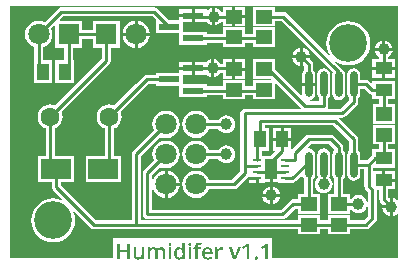
<source format=gtl>
G04 Layer_Physical_Order=1*
G04 Layer_Color=25308*
%FSLAX44Y44*%
%MOMM*%
G71*
G01*
G75*
%ADD10R,1.8000X0.6000*%
%ADD11R,0.8000X0.2500*%
%ADD12R,1.0000X1.7000*%
%ADD13R,1.3500X1.1500*%
%ADD14R,1.0500X1.4500*%
%ADD15R,2.5000X1.7000*%
%ADD16O,0.6000X2.2000*%
%ADD17R,1.4500X1.0500*%
%ADD18C,0.2500*%
%ADD19R,1.8000X1.8000*%
%ADD20C,1.8000*%
%ADD21C,1.6000*%
%ADD22C,3.2000*%
%ADD23C,1.0000*%
G36*
X531756Y412269D02*
X531904D01*
X532073Y412248D01*
X532454Y412185D01*
X532898Y412079D01*
X533321Y411910D01*
X533745Y411677D01*
X533914Y411550D01*
X534083Y411381D01*
X534125Y411338D01*
X534168Y411275D01*
X534210Y411211D01*
X534273Y411106D01*
X534337Y411000D01*
X534422Y410852D01*
X534506Y410682D01*
X534570Y410513D01*
X534654Y410302D01*
X534718Y410069D01*
X534781Y409815D01*
X534823Y409540D01*
X534866Y409244D01*
X534908Y408926D01*
Y408588D01*
Y402050D01*
X532771D01*
Y408228D01*
Y408249D01*
Y408270D01*
Y408334D01*
Y408419D01*
X532750Y408630D01*
X532708Y408884D01*
X532665Y409159D01*
X532581Y409455D01*
X532475Y409730D01*
X532327Y409963D01*
X532306Y409984D01*
X532242Y410048D01*
X532136Y410154D01*
X531988Y410259D01*
X531798Y410344D01*
X531565Y410450D01*
X531269Y410513D01*
X530952Y410534D01*
X530825D01*
X530740Y410513D01*
X530528Y410492D01*
X530253Y410429D01*
X529957Y410344D01*
X529661Y410196D01*
X529365Y410005D01*
X529132Y409752D01*
X529111Y409709D01*
X529047Y409603D01*
X528942Y409413D01*
X528857Y409159D01*
X528751Y408820D01*
X528645Y408419D01*
X528582Y407932D01*
X528561Y407361D01*
Y402050D01*
X526403D01*
Y408228D01*
Y408249D01*
Y408270D01*
Y408334D01*
Y408419D01*
X526381Y408630D01*
X526339Y408884D01*
X526297Y409159D01*
X526212Y409455D01*
X526106Y409730D01*
X525958Y409963D01*
X525937Y409984D01*
X525874Y410048D01*
X525768Y410154D01*
X525641Y410259D01*
X525451Y410344D01*
X525218Y410450D01*
X524921Y410513D01*
X524604Y410534D01*
X524477D01*
X524393Y410513D01*
X524181Y410492D01*
X523906Y410429D01*
X523610Y410344D01*
X523313Y410196D01*
X523017Y410005D01*
X522785Y409730D01*
X522763Y409688D01*
X522700Y409582D01*
X522658Y409498D01*
X522594Y409371D01*
X522552Y409244D01*
X522509Y409095D01*
X522446Y408926D01*
X522404Y408715D01*
X522340Y408503D01*
X522298Y408249D01*
X522277Y407995D01*
X522234Y407699D01*
X522213Y407382D01*
Y407043D01*
Y402050D01*
X520076D01*
Y412121D01*
X521748D01*
X522044Y410788D01*
X522150D01*
X522171Y410830D01*
X522234Y410915D01*
X522319Y411042D01*
X522467Y411190D01*
X522636Y411381D01*
X522848Y411550D01*
X523081Y411740D01*
X523356Y411888D01*
X523398Y411910D01*
X523504Y411952D01*
X523652Y412015D01*
X523885Y412100D01*
X524139Y412164D01*
X524435Y412227D01*
X524773Y412269D01*
X525112Y412290D01*
X525323D01*
X525493Y412269D01*
X525683Y412248D01*
X525895Y412206D01*
X526381Y412100D01*
X526635Y412015D01*
X526889Y411910D01*
X527143Y411783D01*
X527397Y411613D01*
X527630Y411444D01*
X527841Y411232D01*
X528032Y410979D01*
X528201Y410704D01*
X528349D01*
X528370Y410746D01*
X528434Y410830D01*
X528540Y410957D01*
X528666Y411127D01*
X528857Y411317D01*
X529068Y411508D01*
X529322Y411698D01*
X529598Y411867D01*
X529640Y411888D01*
X529746Y411931D01*
X529915Y411994D01*
X530126Y412079D01*
X530401Y412164D01*
X530719Y412227D01*
X531078Y412269D01*
X531459Y412290D01*
X531629D01*
X531756Y412269D01*
D02*
G37*
G36*
X551644Y402050D02*
X549973D01*
X549592Y403340D01*
X549507D01*
X549486Y403319D01*
X549465Y403277D01*
X549402Y403214D01*
X549317Y403108D01*
X549211Y403002D01*
X549084Y402875D01*
X548915Y402748D01*
X548746Y402600D01*
X548534Y402473D01*
X548322Y402325D01*
X548069Y402198D01*
X547794Y402092D01*
X547497Y401986D01*
X547180Y401923D01*
X546841Y401881D01*
X546482Y401859D01*
X546291D01*
X546164Y401881D01*
X546016Y401902D01*
X545826Y401923D01*
X545403Y402029D01*
X544937Y402198D01*
X544683Y402304D01*
X544450Y402431D01*
X544197Y402579D01*
X543964Y402769D01*
X543752Y402981D01*
X543541Y403214D01*
X543520Y403235D01*
X543498Y403277D01*
X543435Y403362D01*
X543372Y403467D01*
X543287Y403616D01*
X543202Y403785D01*
X543118Y403975D01*
X543012Y404208D01*
X542906Y404462D01*
X542821Y404758D01*
X542737Y405075D01*
X542652Y405414D01*
X542589Y405774D01*
X542525Y406176D01*
X542504Y406599D01*
X542483Y407043D01*
Y407064D01*
Y407149D01*
Y407276D01*
X542504Y407445D01*
X542525Y407657D01*
X542546Y407890D01*
X542567Y408165D01*
X542610Y408461D01*
X542737Y409074D01*
X542948Y409709D01*
X543054Y410027D01*
X543202Y410344D01*
X543372Y410619D01*
X543562Y410894D01*
X543583Y410915D01*
X543604Y410957D01*
X543668Y411021D01*
X543752Y411106D01*
X543879Y411211D01*
X544006Y411338D01*
X544154Y411465D01*
X544345Y411592D01*
X544535Y411719D01*
X544768Y411846D01*
X545001Y411973D01*
X545276Y412079D01*
X545551Y412164D01*
X545847Y412227D01*
X546185Y412269D01*
X546524Y412290D01*
X546715D01*
X546841Y412269D01*
X547011Y412248D01*
X547201Y412206D01*
X547645Y412100D01*
X547899Y412037D01*
X548132Y411931D01*
X548386Y411804D01*
X548640Y411677D01*
X548894Y411486D01*
X549127Y411296D01*
X549338Y411063D01*
X549550Y410809D01*
X549655D01*
Y410830D01*
Y410852D01*
X549634Y410979D01*
X549613Y411190D01*
X549592Y411423D01*
X549550Y411698D01*
X549529Y411994D01*
X549507Y412269D01*
Y412523D01*
Y416205D01*
X551644D01*
Y402050D01*
D02*
G37*
G36*
X504969D02*
X502790D01*
Y408059D01*
X496633D01*
Y402050D01*
X494475D01*
Y415358D01*
X496633D01*
Y409921D01*
X502790D01*
Y415358D01*
X504969D01*
Y402050D01*
D02*
G37*
G36*
X582916Y412269D02*
X583276Y412248D01*
X583445Y412227D01*
X583614Y412185D01*
X583403Y410196D01*
X583382D01*
X583318Y410217D01*
X583233Y410238D01*
X583107Y410259D01*
X582958D01*
X582810Y410280D01*
X582451Y410302D01*
X582324D01*
X582239Y410280D01*
X582006Y410259D01*
X581710Y410196D01*
X581372Y410090D01*
X581033Y409942D01*
X580673Y409730D01*
X580356Y409455D01*
X580314Y409413D01*
X580229Y409307D01*
X580102Y409117D01*
X579975Y408884D01*
X579827Y408567D01*
X579700Y408207D01*
X579616Y407784D01*
X579573Y407297D01*
Y402050D01*
X577436D01*
Y412121D01*
X579108D01*
X579383Y410323D01*
X579488D01*
Y410344D01*
X579510Y410365D01*
X579573Y410471D01*
X579700Y410640D01*
X579848Y410852D01*
X580039Y411084D01*
X580250Y411317D01*
X580504Y411550D01*
X580800Y411762D01*
X580843Y411783D01*
X580948Y411846D01*
X581096Y411931D01*
X581329Y412037D01*
X581583Y412121D01*
X581879Y412206D01*
X582197Y412269D01*
X582535Y412290D01*
X582768D01*
X582916Y412269D01*
D02*
G37*
G36*
X564170Y416289D02*
X564445Y416268D01*
X564784Y416226D01*
X565164Y416141D01*
X565566Y416057D01*
X565968Y415930D01*
X565418Y414300D01*
X565376Y414322D01*
X565291Y414343D01*
X565122Y414385D01*
X564932Y414449D01*
X564699Y414491D01*
X564445Y414533D01*
X564170Y414554D01*
X563895Y414576D01*
X563768D01*
X563641Y414554D01*
X563493Y414512D01*
X563324Y414470D01*
X563154Y414385D01*
X562985Y414258D01*
X562837Y414110D01*
X562816Y414089D01*
X562795Y414025D01*
X562731Y413920D01*
X562668Y413772D01*
X562604Y413581D01*
X562562Y413348D01*
X562520Y413073D01*
X562499Y412756D01*
Y412121D01*
X564974D01*
Y410492D01*
X562499D01*
Y402050D01*
X560362D01*
Y410492D01*
X558711D01*
Y411486D01*
X560362Y412142D01*
Y412798D01*
Y412819D01*
Y412883D01*
Y412967D01*
X560383Y413094D01*
Y413243D01*
X560404Y413412D01*
X560467Y413793D01*
X560573Y414216D01*
X560700Y414660D01*
X560912Y415083D01*
X561039Y415274D01*
X561187Y415443D01*
X561229Y415485D01*
X561356Y415570D01*
X561546Y415718D01*
X561821Y415887D01*
X562181Y416035D01*
X562625Y416184D01*
X563154Y416268D01*
X563747Y416311D01*
X563937D01*
X564170Y416289D01*
D02*
G37*
G36*
X731763Y452719D02*
X731013Y452349D01*
X730052Y453086D01*
X728218Y453846D01*
X727520Y453938D01*
Y446500D01*
Y439062D01*
X728218Y439154D01*
X730052Y439914D01*
X731013Y440651D01*
X731763Y440281D01*
Y403237D01*
X625415D01*
Y420121D01*
X490647D01*
Y403237D01*
X403237D01*
Y616763D01*
X731763D01*
Y452719D01*
D02*
G37*
G36*
X539161Y415951D02*
X539288Y415930D01*
X539436Y415887D01*
X539584Y415845D01*
X539711Y415760D01*
X539838Y415655D01*
X539859Y415633D01*
X539880Y415591D01*
X539944Y415528D01*
X540007Y415422D01*
X540050Y415295D01*
X540113Y415147D01*
X540134Y414977D01*
X540155Y414766D01*
Y414745D01*
Y414681D01*
X540134Y414576D01*
X540113Y414449D01*
X540071Y414322D01*
X540028Y414174D01*
X539944Y414025D01*
X539838Y413899D01*
X539817Y413877D01*
X539775Y413856D01*
X539711Y413814D01*
X539627Y413750D01*
X539500Y413687D01*
X539351Y413645D01*
X539182Y413623D01*
X538971Y413602D01*
X538886D01*
X538780Y413623D01*
X538653Y413645D01*
X538357Y413729D01*
X538209Y413793D01*
X538082Y413899D01*
X538061Y413920D01*
X538040Y413962D01*
X537976Y414025D01*
X537934Y414131D01*
X537870Y414258D01*
X537807Y414406D01*
X537786Y414576D01*
X537765Y414766D01*
Y414787D01*
Y414851D01*
X537786Y414956D01*
X537807Y415083D01*
X537849Y415231D01*
X537892Y415379D01*
X537976Y415528D01*
X538082Y415655D01*
X538103Y415676D01*
X538145Y415697D01*
X538209Y415760D01*
X538315Y415824D01*
X538442Y415866D01*
X538590Y415930D01*
X538759Y415951D01*
X538971Y415972D01*
X539055D01*
X539161Y415951D01*
D02*
G37*
G36*
X555982D02*
X556109Y415930D01*
X556257Y415887D01*
X556405Y415845D01*
X556532Y415760D01*
X556659Y415655D01*
X556680Y415633D01*
X556701Y415591D01*
X556765Y415528D01*
X556828Y415422D01*
X556870Y415295D01*
X556934Y415147D01*
X556955Y414977D01*
X556976Y414766D01*
Y414745D01*
Y414681D01*
X556955Y414576D01*
X556934Y414449D01*
X556892Y414322D01*
X556849Y414174D01*
X556765Y414025D01*
X556659Y413899D01*
X556638Y413877D01*
X556595Y413856D01*
X556532Y413814D01*
X556447Y413750D01*
X556320Y413687D01*
X556172Y413645D01*
X556003Y413623D01*
X555791Y413602D01*
X555707D01*
X555601Y413623D01*
X555474Y413645D01*
X555178Y413729D01*
X555030Y413793D01*
X554903Y413899D01*
X554882Y413920D01*
X554860Y413962D01*
X554797Y414025D01*
X554755Y414131D01*
X554691Y414258D01*
X554628Y414406D01*
X554607Y414576D01*
X554585Y414766D01*
Y414787D01*
Y414851D01*
X554607Y414956D01*
X554628Y415083D01*
X554670Y415231D01*
X554712Y415379D01*
X554797Y415528D01*
X554903Y415655D01*
X554924Y415676D01*
X554966Y415697D01*
X555030Y415760D01*
X555135Y415824D01*
X555262Y415866D01*
X555410Y415930D01*
X555580Y415951D01*
X555791Y415972D01*
X555876D01*
X555982Y415951D01*
D02*
G37*
G36*
X594913Y402050D02*
X592607D01*
X588798Y412121D01*
X591041D01*
X593093Y406260D01*
Y406239D01*
X593114Y406197D01*
X593135Y406112D01*
X593178Y406007D01*
X593220Y405880D01*
X593262Y405753D01*
X593368Y405414D01*
X593474Y405033D01*
X593580Y404631D01*
X593665Y404229D01*
X593728Y403870D01*
X593791D01*
Y403912D01*
X593813Y403996D01*
X593855Y404166D01*
X593897Y404420D01*
X593940Y404568D01*
X593982Y404737D01*
X594045Y404927D01*
X594088Y405160D01*
X594172Y405393D01*
X594236Y405668D01*
X594320Y405943D01*
X594426Y406260D01*
X596479Y412121D01*
X598764D01*
X594913Y402050D01*
D02*
G37*
G36*
X540028D02*
X537892D01*
Y412121D01*
X540028D01*
Y402050D01*
D02*
G37*
G36*
X556849D02*
X554712D01*
Y412121D01*
X556849D01*
Y402050D01*
D02*
G37*
G36*
X612199Y404547D02*
X612347Y404525D01*
X612517Y404483D01*
X612686Y404398D01*
X612834Y404314D01*
X612982Y404187D01*
X613003Y404166D01*
X613045Y404123D01*
X613088Y404039D01*
X613151Y403933D01*
X613215Y403785D01*
X613278Y403616D01*
X613299Y403425D01*
X613321Y403192D01*
Y403171D01*
Y403087D01*
X613299Y402960D01*
X613278Y402812D01*
X613236Y402642D01*
X613172Y402473D01*
X613088Y402304D01*
X612961Y402156D01*
X612940Y402135D01*
X612897Y402092D01*
X612813Y402050D01*
X612707Y401986D01*
X612580Y401902D01*
X612389Y401859D01*
X612199Y401817D01*
X611966Y401796D01*
X611861D01*
X611734Y401817D01*
X611607Y401838D01*
X611437Y401881D01*
X611268Y401944D01*
X611120Y402029D01*
X610972Y402156D01*
X610951Y402177D01*
X610930Y402219D01*
X610866Y402304D01*
X610803Y402431D01*
X610739Y402579D01*
X610697Y402748D01*
X610654Y402960D01*
X610633Y403192D01*
Y403214D01*
Y403298D01*
X610654Y403425D01*
X610676Y403573D01*
X610718Y403721D01*
X610782Y403891D01*
X610866Y404060D01*
X610972Y404208D01*
X610993Y404229D01*
X611035Y404272D01*
X611120Y404314D01*
X611226Y404398D01*
X611374Y404462D01*
X611543Y404504D01*
X611734Y404547D01*
X611966Y404568D01*
X612072D01*
X612199Y404547D01*
D02*
G37*
G36*
X571025Y412269D02*
X571194Y412248D01*
X571385Y412227D01*
X571596Y412185D01*
X571829Y412142D01*
X572337Y411994D01*
X572612Y411888D01*
X572866Y411783D01*
X573120Y411634D01*
X573374Y411465D01*
X573606Y411275D01*
X573839Y411063D01*
X573860Y411042D01*
X573882Y411000D01*
X573945Y410936D01*
X574030Y410852D01*
X574114Y410725D01*
X574199Y410577D01*
X574305Y410386D01*
X574432Y410196D01*
X574538Y409963D01*
X574643Y409730D01*
X574728Y409455D01*
X574813Y409159D01*
X574897Y408842D01*
X574961Y408482D01*
X574982Y408122D01*
X575003Y407741D01*
Y406599D01*
X568296D01*
Y406578D01*
Y406535D01*
Y406451D01*
X568317Y406366D01*
X568338Y406239D01*
X568359Y406091D01*
X568402Y405753D01*
X568507Y405393D01*
X568634Y405012D01*
X568825Y404652D01*
X569079Y404335D01*
X569121Y404293D01*
X569227Y404208D01*
X569375Y404081D01*
X569629Y403954D01*
X569925Y403806D01*
X570285Y403679D01*
X570687Y403594D01*
X571173Y403552D01*
X571512D01*
X571723Y403573D01*
X571977Y403594D01*
X572274Y403616D01*
X572845Y403700D01*
X572887D01*
X572972Y403742D01*
X573141Y403785D01*
X573331Y403827D01*
X573585Y403912D01*
X573860Y404018D01*
X574178Y404123D01*
X574495Y404272D01*
Y402537D01*
X574453Y402515D01*
X574368Y402473D01*
X574199Y402410D01*
X574008Y402325D01*
X573755Y402240D01*
X573501Y402156D01*
X573204Y402071D01*
X572908Y402008D01*
X572866D01*
X572760Y401986D01*
X572591Y401965D01*
X572379Y401944D01*
X572104Y401902D01*
X571808Y401881D01*
X571469Y401859D01*
X570856D01*
X570708Y401881D01*
X570496Y401902D01*
X570285Y401923D01*
X570031Y401965D01*
X569756Y402029D01*
X569163Y402198D01*
X568846Y402304D01*
X568550Y402431D01*
X568232Y402579D01*
X567957Y402769D01*
X567661Y402981D01*
X567407Y403214D01*
X567386Y403235D01*
X567344Y403277D01*
X567280Y403362D01*
X567196Y403467D01*
X567090Y403616D01*
X566984Y403785D01*
X566857Y403975D01*
X566751Y404208D01*
X566624Y404462D01*
X566497Y404737D01*
X566392Y405054D01*
X566286Y405393D01*
X566201Y405753D01*
X566138Y406155D01*
X566095Y406557D01*
X566074Y407001D01*
Y407022D01*
Y407107D01*
Y407234D01*
X566095Y407403D01*
X566116Y407615D01*
X566138Y407847D01*
X566180Y408122D01*
X566222Y408397D01*
X566370Y409032D01*
X566476Y409349D01*
X566603Y409667D01*
X566730Y409984D01*
X566899Y410302D01*
X567090Y410598D01*
X567301Y410873D01*
X567323Y410894D01*
X567365Y410936D01*
X567428Y411000D01*
X567534Y411106D01*
X567661Y411211D01*
X567809Y411317D01*
X567978Y411444D01*
X568190Y411592D01*
X568423Y411719D01*
X568677Y411846D01*
X568952Y411952D01*
X569248Y412079D01*
X569586Y412164D01*
X569925Y412227D01*
X570306Y412269D01*
X570687Y412290D01*
X570877D01*
X571025Y412269D01*
D02*
G37*
G36*
X605873Y402050D02*
X603736D01*
Y410640D01*
Y410661D01*
Y410704D01*
Y410788D01*
Y410894D01*
Y411021D01*
Y411169D01*
Y411508D01*
X603757Y411910D01*
Y412312D01*
X603778Y412714D01*
X603799Y413073D01*
X603757Y413031D01*
X603672Y412925D01*
X603503Y412777D01*
X603292Y412587D01*
X603270Y412565D01*
X603228Y412523D01*
X603101Y412439D01*
X602932Y412290D01*
X602805Y412185D01*
X602657Y412058D01*
X602509Y411931D01*
X602318Y411783D01*
X602085Y411592D01*
X601853Y411402D01*
X601578Y411169D01*
X601260Y410915D01*
X600181Y412269D01*
X604095Y415358D01*
X605873D01*
Y402050D01*
D02*
G37*
G36*
X517029D02*
X515337D01*
X515041Y403362D01*
X514935D01*
X514914Y403340D01*
X514850Y403235D01*
X514744Y403108D01*
X514618Y402960D01*
X514427Y402769D01*
X514216Y402579D01*
X513962Y402410D01*
X513665Y402240D01*
X513623Y402219D01*
X513517Y402177D01*
X513348Y402113D01*
X513115Y402050D01*
X512840Y401986D01*
X512523Y401923D01*
X512163Y401881D01*
X511782Y401859D01*
X511613D01*
X511486Y401881D01*
X511338D01*
X511169Y401902D01*
X510767Y401965D01*
X510322Y402092D01*
X509857Y402240D01*
X509434Y402473D01*
X509243Y402600D01*
X509053Y402769D01*
Y402790D01*
X509011Y402812D01*
X508968Y402875D01*
X508905Y402938D01*
X508841Y403044D01*
X508757Y403150D01*
X508693Y403298D01*
X508609Y403446D01*
X508524Y403637D01*
X508439Y403848D01*
X508355Y404060D01*
X508291Y404314D01*
X508228Y404589D01*
X508185Y404864D01*
X508164Y405181D01*
X508143Y405520D01*
Y412121D01*
X510301D01*
Y405901D01*
Y405880D01*
Y405858D01*
Y405795D01*
Y405710D01*
X510322Y405499D01*
X510365Y405245D01*
X510407Y404970D01*
X510492Y404674D01*
X510619Y404398D01*
X510767Y404166D01*
X510788Y404145D01*
X510851Y404081D01*
X510978Y403975D01*
X511147Y403891D01*
X511338Y403785D01*
X511613Y403679D01*
X511909Y403616D01*
X512269Y403594D01*
X512396D01*
X512481Y403616D01*
X512734Y403637D01*
X513009Y403700D01*
X513327Y403785D01*
X513665Y403933D01*
X513962Y404123D01*
X514237Y404398D01*
X514258Y404441D01*
X514342Y404547D01*
X514385Y404652D01*
X514448Y404758D01*
X514491Y404885D01*
X514554Y405033D01*
X514618Y405202D01*
X514681Y405414D01*
X514723Y405626D01*
X514766Y405880D01*
X514808Y406133D01*
X514850Y406430D01*
X514871Y406747D01*
Y407085D01*
Y412121D01*
X517029D01*
Y402050D01*
D02*
G37*
G36*
X621636D02*
X619499D01*
Y410640D01*
Y410661D01*
Y410704D01*
Y410788D01*
Y410894D01*
Y411021D01*
Y411169D01*
Y411508D01*
X619520Y411910D01*
Y412312D01*
X619541Y412714D01*
X619562Y413073D01*
X619520Y413031D01*
X619435Y412925D01*
X619266Y412777D01*
X619054Y412587D01*
X619033Y412565D01*
X618991Y412523D01*
X618864Y412439D01*
X618695Y412290D01*
X618568Y412185D01*
X618420Y412058D01*
X618271Y411931D01*
X618081Y411783D01*
X617848Y411592D01*
X617616Y411402D01*
X617341Y411169D01*
X617023Y410915D01*
X615944Y412269D01*
X619858Y415358D01*
X621636D01*
Y402050D01*
D02*
G37*
%LPC*%
G36*
X625920Y463639D02*
Y457471D01*
X632088D01*
X631996Y458170D01*
X631236Y460004D01*
X630027Y461579D01*
X628452Y462787D01*
X626618Y463547D01*
X625920Y463639D01*
D02*
G37*
G36*
X729690Y476790D02*
X721170D01*
Y470270D01*
X729690D01*
Y476790D01*
D02*
G37*
G36*
X623380Y463639D02*
X622682Y463547D01*
X620847Y462787D01*
X619272Y461579D01*
X618064Y460004D01*
X617304Y458170D01*
X617212Y457471D01*
X623380D01*
Y463639D01*
D02*
G37*
G36*
X611430Y469480D02*
X606160D01*
Y466960D01*
X611430D01*
Y469480D01*
D02*
G37*
G36*
X537020Y477022D02*
Y466820D01*
X547222D01*
X546993Y468562D01*
X545830Y471370D01*
X543980Y473780D01*
X541570Y475630D01*
X538762Y476793D01*
X537020Y477022D01*
D02*
G37*
G36*
X669100Y495998D02*
X666938Y495568D01*
X665106Y494344D01*
X663881Y492511D01*
X663451Y490350D01*
Y474350D01*
X663881Y472188D01*
X664384Y471436D01*
X663722Y470928D01*
X662514Y469352D01*
X661754Y467518D01*
X661495Y465550D01*
X661754Y463582D01*
X662514Y461747D01*
X663722Y460172D01*
X665297Y458964D01*
X667132Y458204D01*
X669100Y457945D01*
X671068Y458204D01*
X672902Y458964D01*
X674477Y460172D01*
X675686Y461747D01*
X676446Y463582D01*
X676705Y465550D01*
X676446Y467518D01*
X675686Y469352D01*
X674477Y470928D01*
X673815Y471436D01*
X674318Y472188D01*
X674748Y474350D01*
Y490350D01*
X674318Y492511D01*
X673094Y494344D01*
X671261Y495568D01*
X669100Y495998D01*
D02*
G37*
G36*
X724980Y445230D02*
X718812D01*
X718904Y444532D01*
X719664Y442697D01*
X720872Y441122D01*
X722447Y439914D01*
X724281Y439154D01*
X724980Y439062D01*
Y445230D01*
D02*
G37*
G36*
X547053Y410534D02*
X546947D01*
X546863Y410513D01*
X546651Y410492D01*
X546397Y410429D01*
X546122Y410302D01*
X545826Y410132D01*
X545551Y409921D01*
X545424Y409773D01*
X545297Y409603D01*
X545276Y409561D01*
X545212Y409434D01*
X545106Y409222D01*
X545001Y408947D01*
X544895Y408567D01*
X544789Y408122D01*
X544726Y407593D01*
X544704Y407001D01*
Y406980D01*
Y406937D01*
Y406832D01*
Y406726D01*
X544726Y406578D01*
Y406430D01*
X544768Y406049D01*
X544852Y405647D01*
X544937Y405224D01*
X545085Y404822D01*
X545276Y404462D01*
X545297Y404420D01*
X545382Y404335D01*
X545530Y404187D01*
X545720Y404039D01*
X545974Y403870D01*
X546270Y403721D01*
X546630Y403637D01*
X547053Y403594D01*
X547180D01*
X547265Y403616D01*
X547497Y403637D01*
X547794Y403679D01*
X548111Y403764D01*
X548428Y403891D01*
X548725Y404081D01*
X548978Y404314D01*
X548999Y404356D01*
X549084Y404462D01*
X549169Y404631D01*
X549296Y404885D01*
X549402Y405224D01*
X549507Y405647D01*
X549529Y405880D01*
X549571Y406133D01*
X549592Y406430D01*
Y406726D01*
Y407022D01*
Y407043D01*
Y407107D01*
Y407212D01*
Y407339D01*
X549571Y407487D01*
Y407678D01*
X549507Y408080D01*
X549444Y408524D01*
X549338Y408969D01*
X549190Y409392D01*
X549084Y409561D01*
X548978Y409730D01*
X548957Y409773D01*
X548873Y409857D01*
X548725Y409984D01*
X548513Y410132D01*
X548238Y410280D01*
X547899Y410407D01*
X547519Y410492D01*
X547053Y410534D01*
D02*
G37*
G36*
X570687Y410661D02*
X570517D01*
X570327Y410619D01*
X570094Y410577D01*
X569840Y410492D01*
X569565Y410386D01*
X569311Y410217D01*
X569058Y410005D01*
X569036Y409984D01*
X568952Y409878D01*
X568867Y409730D01*
X568740Y409540D01*
X568613Y409265D01*
X568486Y408947D01*
X568380Y408567D01*
X568317Y408143D01*
X572908D01*
Y408165D01*
Y408207D01*
Y408270D01*
X572887Y408355D01*
X572866Y408567D01*
X572824Y408842D01*
X572760Y409138D01*
X572633Y409455D01*
X572485Y409752D01*
X572295Y410005D01*
X572274Y410027D01*
X572189Y410111D01*
X572062Y410217D01*
X571872Y410344D01*
X571660Y410450D01*
X571385Y410555D01*
X571046Y410640D01*
X570687Y410661D01*
D02*
G37*
G36*
X547222Y464280D02*
X537020D01*
Y454077D01*
X538762Y454307D01*
X541570Y455470D01*
X543980Y457319D01*
X545830Y459730D01*
X546993Y462537D01*
X547222Y464280D01*
D02*
G37*
G36*
X632088Y454931D02*
X625920D01*
Y448763D01*
X626618Y448855D01*
X628452Y449615D01*
X630027Y450824D01*
X631236Y452399D01*
X631996Y454233D01*
X632088Y454931D01*
D02*
G37*
G36*
X623380D02*
X617212D01*
X617304Y454233D01*
X618064Y452399D01*
X619272Y450824D01*
X620847Y449615D01*
X622682Y448855D01*
X623380Y448763D01*
Y454931D01*
D02*
G37*
G36*
X561150Y502589D02*
X558137Y502193D01*
X555330Y501030D01*
X552919Y499180D01*
X551070Y496770D01*
X549907Y493962D01*
X549510Y490950D01*
X549907Y487937D01*
X551070Y485130D01*
X552919Y482719D01*
X555330Y480870D01*
X558137Y479707D01*
X561150Y479310D01*
X564162Y479707D01*
X566970Y480870D01*
X569380Y482719D01*
X571230Y485130D01*
X572040Y487086D01*
X580011D01*
X581172Y485572D01*
X582747Y484364D01*
X584581Y483604D01*
X586550Y483345D01*
X588518Y483604D01*
X590352Y484364D01*
X591927Y485572D01*
X593136Y487147D01*
X593896Y488982D01*
X594155Y490950D01*
X593896Y492918D01*
X593136Y494752D01*
X591927Y496328D01*
X590352Y497536D01*
X588518Y498296D01*
X586550Y498555D01*
X584581Y498296D01*
X582747Y497536D01*
X581172Y496328D01*
X580011Y494814D01*
X572040D01*
X571230Y496770D01*
X569380Y499180D01*
X566970Y501030D01*
X564162Y502193D01*
X561150Y502589D01*
D02*
G37*
G36*
X718630Y587288D02*
X717932Y587196D01*
X716097Y586436D01*
X714522Y585228D01*
X713314Y583652D01*
X712554Y581818D01*
X712462Y581120D01*
X718630D01*
Y587288D01*
D02*
G37*
G36*
X721170D02*
Y581120D01*
X727338D01*
X727246Y581818D01*
X726486Y583652D01*
X725277Y585228D01*
X723702Y586436D01*
X721868Y587196D01*
X721170Y587288D01*
D02*
G37*
G36*
X525750Y615464D02*
X446850D01*
X445371Y615170D01*
X444117Y614332D01*
X432768Y602983D01*
X430812Y603793D01*
X427800Y604189D01*
X424787Y603793D01*
X421980Y602630D01*
X419569Y600780D01*
X417720Y598370D01*
X416557Y595562D01*
X416160Y592550D01*
X416557Y589537D01*
X417720Y586730D01*
X419569Y584319D01*
X421980Y582470D01*
X423936Y581660D01*
Y570590D01*
X423460D01*
Y551010D01*
X439040D01*
Y570590D01*
X431664D01*
Y581660D01*
X433620Y582470D01*
X436030Y584319D01*
X437880Y586730D01*
X439043Y589537D01*
X439439Y592550D01*
X439043Y595562D01*
X438233Y597518D01*
X440967Y600252D01*
X441660Y599965D01*
Y581010D01*
X449336D01*
Y570590D01*
X441960D01*
Y551010D01*
X457540D01*
Y570590D01*
X457064D01*
Y581010D01*
X464740D01*
Y588686D01*
X473410D01*
Y581010D01*
X481086D01*
Y571750D01*
X441703Y532367D01*
X440251Y532969D01*
X437500Y533331D01*
X434748Y532969D01*
X432184Y531907D01*
X429983Y530217D01*
X428293Y528015D01*
X427231Y525451D01*
X426869Y522700D01*
X427231Y519948D01*
X428293Y517384D01*
X429983Y515183D01*
X432184Y513493D01*
X433636Y512892D01*
Y489290D01*
X427460D01*
Y467210D01*
X438636D01*
Y463550D01*
X438930Y462071D01*
X439767Y460817D01*
X447995Y452590D01*
X447548Y451988D01*
X447129Y452212D01*
X443634Y453272D01*
X440000Y453630D01*
X436366Y453272D01*
X432871Y452212D01*
X429650Y450490D01*
X426827Y448173D01*
X424510Y445350D01*
X422788Y442129D01*
X421728Y438634D01*
X421370Y435000D01*
X421728Y431366D01*
X422788Y427871D01*
X424510Y424650D01*
X426827Y421827D01*
X429650Y419510D01*
X432871Y417788D01*
X436366Y416728D01*
X440000Y416370D01*
X443634Y416728D01*
X447129Y417788D01*
X450350Y419510D01*
X453173Y421827D01*
X455490Y424650D01*
X457212Y427871D01*
X458272Y431366D01*
X458630Y435000D01*
X458272Y438634D01*
X457212Y442129D01*
X456988Y442548D01*
X457590Y442995D01*
X471917Y428667D01*
X473171Y427830D01*
X474650Y427536D01*
X647110D01*
Y423110D01*
X665690D01*
Y427536D01*
X672510D01*
Y423110D01*
X691090D01*
Y427536D01*
X704800D01*
X706279Y427830D01*
X707532Y428667D01*
X713107Y434242D01*
X713945Y435496D01*
X714239Y436975D01*
X714239Y436975D01*
Y460665D01*
X714239Y460665D01*
X714686Y461210D01*
X716036D01*
Y452850D01*
X716330Y451371D01*
X717167Y450117D01*
X718894Y448391D01*
X718812Y447770D01*
X724980D01*
Y453938D01*
X724359Y453856D01*
X723764Y454450D01*
Y461210D01*
X729690D01*
Y467730D01*
X719900D01*
Y469000D01*
X718630D01*
Y476790D01*
X711064D01*
Y479710D01*
X729690D01*
Y495290D01*
X723764D01*
Y499310D01*
X729190D01*
Y515890D01*
X710610D01*
Y499310D01*
X716036D01*
Y495290D01*
X710110D01*
Y490561D01*
X709617Y490232D01*
X709617Y490232D01*
X705599Y486214D01*
X700148D01*
Y490350D01*
X699718Y492511D01*
X698494Y494344D01*
X698364Y494431D01*
Y503650D01*
X698070Y505129D01*
X697232Y506382D01*
X697232Y506382D01*
X682297Y521318D01*
X682584Y522011D01*
X684975D01*
X686454Y522305D01*
X687707Y523142D01*
X697232Y532667D01*
X698070Y533921D01*
X698364Y535400D01*
Y538269D01*
X698494Y538356D01*
X699718Y540188D01*
X700148Y542350D01*
Y546486D01*
X703349D01*
X707367Y542467D01*
X708621Y541630D01*
X710100Y541336D01*
X710110Y540627D01*
Y537410D01*
X716036D01*
Y533390D01*
X710610D01*
Y516810D01*
X729190D01*
Y533390D01*
X723764D01*
Y537410D01*
X729690D01*
Y552990D01*
X710110D01*
Y551635D01*
X709417Y551348D01*
X707682Y553082D01*
X706429Y553920D01*
X704950Y554214D01*
X700148D01*
Y558350D01*
X699718Y560512D01*
X698494Y562344D01*
X696661Y563568D01*
X694500Y563998D01*
X692338Y563568D01*
X690506Y562344D01*
X689281Y560512D01*
X688851Y558350D01*
Y542350D01*
X689281Y540188D01*
X690506Y538356D01*
X690636Y538269D01*
Y537001D01*
X683374Y529739D01*
X672793D01*
X672439Y530401D01*
X672670Y530746D01*
X672964Y532225D01*
Y538269D01*
X673094Y538356D01*
X674318Y540188D01*
X674748Y542350D01*
Y558350D01*
X674318Y560512D01*
X673094Y562344D01*
X671261Y563568D01*
X669100Y563998D01*
X666938Y563568D01*
X665106Y562344D01*
X663881Y560512D01*
X663451Y558350D01*
Y542350D01*
X663881Y540188D01*
X665106Y538356D01*
X665236Y538269D01*
Y536089D01*
X657167D01*
X657093Y536839D01*
X658561Y537131D01*
X660394Y538356D01*
X661618Y540188D01*
X662048Y542350D01*
Y549080D01*
X650751D01*
Y542350D01*
X651031Y540944D01*
X650340Y540575D01*
X627590Y563325D01*
Y571490D01*
X609010D01*
Y554910D01*
X624584D01*
X624699Y554740D01*
X624301Y553990D01*
X609010D01*
Y548814D01*
X602190D01*
Y553990D01*
X583610D01*
Y548814D01*
X569990D01*
Y550490D01*
X549990D01*
Y558410D01*
X557180D01*
Y562680D01*
X546910D01*
Y559990D01*
X526910D01*
Y558314D01*
X519250D01*
X517771Y558020D01*
X516517Y557182D01*
X516517Y557182D01*
X510167Y550832D01*
X510167Y550832D01*
X491703Y532367D01*
X490251Y532969D01*
X487500Y533331D01*
X484748Y532969D01*
X482184Y531907D01*
X479983Y530217D01*
X478293Y528015D01*
X477231Y525451D01*
X476869Y522700D01*
X477231Y519948D01*
X478293Y517384D01*
X479983Y515183D01*
X482184Y513493D01*
X483636Y512892D01*
Y489290D01*
X467460D01*
Y467210D01*
X497540D01*
Y489290D01*
X491364D01*
Y512892D01*
X492815Y513493D01*
X495017Y515183D01*
X496707Y517384D01*
X497769Y519948D01*
X498131Y522700D01*
X497769Y525451D01*
X497167Y526903D01*
X515632Y545367D01*
X515632Y545367D01*
X520850Y550586D01*
X526910D01*
Y548910D01*
X546910D01*
Y539410D01*
X569990D01*
Y541086D01*
X583610D01*
Y537410D01*
X602190D01*
Y541086D01*
X609010D01*
Y537410D01*
X627590D01*
Y551415D01*
X628283Y551702D01*
X649553Y530432D01*
X649266Y529739D01*
X602425D01*
X600946Y529445D01*
X599692Y528607D01*
X598855Y527354D01*
X598561Y525875D01*
Y476513D01*
X591461Y469414D01*
X572040D01*
X571230Y471370D01*
X569380Y473780D01*
X566970Y475630D01*
X564162Y476793D01*
X561150Y477189D01*
X558137Y476793D01*
X555330Y475630D01*
X552919Y473780D01*
X551070Y471370D01*
X549907Y468562D01*
X549510Y465550D01*
X549907Y462537D01*
X551070Y459730D01*
X552919Y457319D01*
X555330Y455470D01*
X558137Y454307D01*
X561150Y453910D01*
X564162Y454307D01*
X566970Y455470D01*
X569380Y457319D01*
X571230Y459730D01*
X572040Y461686D01*
X593062D01*
X594541Y461980D01*
X595794Y462817D01*
X605157Y472180D01*
X605157Y472180D01*
X605410Y472558D01*
X606160Y472331D01*
Y472020D01*
X612700D01*
Y470750D01*
X613970D01*
Y466960D01*
X619240D01*
Y467210D01*
X623380D01*
Y478250D01*
X625920D01*
Y467210D01*
X630060D01*
Y466960D01*
X636227D01*
X636600Y466886D01*
X642550D01*
X642923Y466960D01*
X643140D01*
Y467003D01*
X644029Y467180D01*
X645282Y468017D01*
X650332Y473067D01*
X651050Y472850D01*
X651181Y472188D01*
X652406Y470356D01*
X652536Y470269D01*
Y457190D01*
X647110D01*
Y452764D01*
X642925D01*
X642925Y452764D01*
X641446Y452470D01*
X641030Y452192D01*
X640192Y451632D01*
X640192Y451632D01*
X632574Y444014D01*
X523739D01*
Y462623D01*
X524489Y462673D01*
X524507Y462537D01*
X525670Y459730D01*
X527519Y457319D01*
X529930Y455470D01*
X532737Y454307D01*
X534480Y454077D01*
Y465550D01*
Y477022D01*
X532737Y476793D01*
X529930Y475630D01*
X527519Y473780D01*
X525670Y471370D01*
X524507Y468562D01*
X524489Y468427D01*
X523739Y468476D01*
Y473474D01*
X530782Y480517D01*
X532737Y479707D01*
X535750Y479310D01*
X538762Y479707D01*
X541570Y480870D01*
X543980Y482719D01*
X545830Y485130D01*
X546993Y487937D01*
X547389Y490950D01*
X546993Y493962D01*
X545830Y496770D01*
X543980Y499180D01*
X541570Y501030D01*
X538762Y502193D01*
X535750Y502589D01*
X532737Y502193D01*
X529930Y501030D01*
X527519Y499180D01*
X525670Y496770D01*
X524507Y493962D01*
X524110Y490950D01*
X524507Y487937D01*
X525317Y485982D01*
X517142Y477807D01*
X516305Y476554D01*
X516011Y475075D01*
Y440150D01*
X516305Y438671D01*
X517142Y437417D01*
X518396Y436580D01*
X519875Y436286D01*
X634175D01*
X635654Y436580D01*
X636907Y437417D01*
X644526Y445036D01*
X647110D01*
Y440610D01*
X665690D01*
Y457190D01*
X660264D01*
Y470269D01*
X660394Y470356D01*
X661618Y472188D01*
X662048Y474350D01*
Y490350D01*
X661618Y492511D01*
X660394Y494344D01*
X658561Y495568D01*
X656400Y495998D01*
X654994Y495719D01*
X654625Y496410D01*
X658000Y499786D01*
X673849D01*
X677936Y495699D01*
Y494431D01*
X677806Y494344D01*
X676581Y492511D01*
X676151Y490350D01*
Y474350D01*
X676581Y472188D01*
X677806Y470356D01*
X677936Y470269D01*
Y457190D01*
X672510D01*
Y440610D01*
X691090D01*
Y445036D01*
X691911D01*
X693072Y443522D01*
X694647Y442314D01*
X696481Y441554D01*
X698450Y441295D01*
X700418Y441554D01*
X702252Y442314D01*
X703827Y443522D01*
X705036Y445097D01*
X705796Y446931D01*
X706511Y446784D01*
Y438576D01*
X703199Y435264D01*
X691090D01*
Y439690D01*
X672510D01*
Y435264D01*
X665690D01*
Y439690D01*
X647110D01*
Y435264D01*
X514214D01*
Y489349D01*
X530782Y505917D01*
X532737Y505107D01*
X535750Y504710D01*
X538762Y505107D01*
X541570Y506270D01*
X543980Y508120D01*
X545830Y510530D01*
X546993Y513337D01*
X547389Y516350D01*
X546993Y519362D01*
X545830Y522170D01*
X543980Y524580D01*
X541570Y526430D01*
X538762Y527593D01*
X535750Y527989D01*
X532737Y527593D01*
X529930Y526430D01*
X527519Y524580D01*
X525670Y522170D01*
X524507Y519362D01*
X524110Y516350D01*
X524507Y513337D01*
X525317Y511382D01*
X507617Y493682D01*
X506780Y492429D01*
X506486Y490950D01*
Y435264D01*
X476250D01*
X446364Y465150D01*
Y467210D01*
X457540D01*
Y489290D01*
X441364D01*
Y512892D01*
X442815Y513493D01*
X445017Y515183D01*
X446707Y517384D01*
X447769Y519948D01*
X448131Y522700D01*
X447769Y525451D01*
X447168Y526903D01*
X487682Y567417D01*
X487682Y567417D01*
X488520Y568671D01*
X488814Y570150D01*
Y581010D01*
X496490D01*
Y604090D01*
X473410D01*
Y596414D01*
X464740D01*
Y604090D01*
X445785D01*
X445498Y604783D01*
X448451Y607736D01*
X524149D01*
X526729Y605156D01*
X526910Y604440D01*
X526910D01*
X526910Y604440D01*
Y593360D01*
X546910D01*
Y583860D01*
X569990D01*
Y585536D01*
X583610D01*
Y581860D01*
X602190D01*
Y585536D01*
X609010D01*
Y581860D01*
X627590D01*
Y598440D01*
X609010D01*
Y593264D01*
X602190D01*
Y598440D01*
X583610D01*
Y593264D01*
X569990D01*
Y594940D01*
X549990D01*
Y602860D01*
X557180D01*
Y607130D01*
X546910D01*
Y604440D01*
X538375D01*
X528482Y614332D01*
X527229Y615170D01*
X525750Y615464D01*
D02*
G37*
G36*
X521822Y591280D02*
X511620D01*
Y581077D01*
X513362Y581307D01*
X516170Y582470D01*
X518580Y584319D01*
X520430Y586730D01*
X521593Y589537D01*
X521822Y591280D01*
D02*
G37*
G36*
X648780Y580938D02*
X648082Y580846D01*
X646247Y580086D01*
X644672Y578877D01*
X643464Y577302D01*
X642704Y575468D01*
X642612Y574770D01*
X648780D01*
Y580938D01*
D02*
G37*
G36*
X651320D02*
Y574770D01*
X657488D01*
X657396Y575468D01*
X656636Y577302D01*
X655427Y578877D01*
X653852Y580086D01*
X652018Y580846D01*
X651320Y580938D01*
D02*
G37*
G36*
X509080Y591280D02*
X498877D01*
X499107Y589537D01*
X500270Y586730D01*
X502119Y584319D01*
X504530Y582470D01*
X507337Y581307D01*
X509080Y581077D01*
Y591280D01*
D02*
G37*
G36*
X557180Y613940D02*
X546910D01*
Y609670D01*
X557180D01*
Y613940D01*
D02*
G37*
G36*
X591630Y615940D02*
X583610D01*
Y611514D01*
X582589D01*
X581427Y613027D01*
X579852Y614236D01*
X578018Y614996D01*
X577320Y615088D01*
Y607650D01*
Y600212D01*
X578018Y600304D01*
X579852Y601064D01*
X581427Y602272D01*
X582589Y603786D01*
X583610D01*
Y599360D01*
X591630D01*
Y607650D01*
Y615940D01*
D02*
G37*
G36*
X574780Y615088D02*
X574081Y614996D01*
X572247Y614236D01*
X570740Y613079D01*
X570193Y613190D01*
X569990Y613259D01*
Y613940D01*
X559720D01*
Y608400D01*
Y602860D01*
X569990D01*
X569990Y602860D01*
Y602860D01*
X570544Y602439D01*
X570672Y602272D01*
X572247Y601064D01*
X574081Y600304D01*
X574780Y600212D01*
Y607650D01*
Y615088D01*
D02*
G37*
G36*
X602190Y615940D02*
X594170D01*
Y608920D01*
X602190D01*
Y615940D01*
D02*
G37*
G36*
X509080Y604022D02*
X507337Y603793D01*
X504530Y602630D01*
X502119Y600780D01*
X500270Y598370D01*
X499107Y595562D01*
X498877Y593820D01*
X509080D01*
Y604022D01*
D02*
G37*
G36*
X511620D02*
Y593820D01*
X521822D01*
X521593Y595562D01*
X520430Y598370D01*
X518580Y600780D01*
X516170Y602630D01*
X513362Y603793D01*
X511620Y604022D01*
D02*
G37*
G36*
X602190Y606380D02*
X594170D01*
Y599360D01*
X602190D01*
Y606380D01*
D02*
G37*
G36*
X591630Y571490D02*
X583610D01*
Y567814D01*
X581839D01*
X580677Y569327D01*
X579102Y570536D01*
X577268Y571296D01*
X576570Y571388D01*
Y563950D01*
Y556512D01*
X577268Y556604D01*
X579102Y557364D01*
X580677Y558572D01*
X581839Y560086D01*
X583610D01*
Y554910D01*
X591630D01*
Y563200D01*
Y571490D01*
D02*
G37*
G36*
X718630Y562430D02*
X710110D01*
Y555910D01*
X718630D01*
Y562430D01*
D02*
G37*
G36*
X729690D02*
X721170D01*
Y555910D01*
X729690D01*
Y562430D01*
D02*
G37*
G36*
X574030Y571388D02*
X573331Y571296D01*
X571497Y570536D01*
X570590Y569840D01*
X569990Y569490D01*
Y569490D01*
X569990Y569490D01*
X559720D01*
Y563950D01*
Y558410D01*
X569990D01*
X569990Y558410D01*
Y558410D01*
X570589Y558061D01*
X571497Y557364D01*
X573331Y556604D01*
X574030Y556512D01*
Y563950D01*
Y571388D01*
D02*
G37*
G36*
X561150Y527989D02*
X558137Y527593D01*
X555330Y526430D01*
X552919Y524580D01*
X551070Y522170D01*
X549907Y519362D01*
X549510Y516350D01*
X549907Y513337D01*
X551070Y510530D01*
X552919Y508120D01*
X555330Y506270D01*
X558137Y505107D01*
X561150Y504710D01*
X564162Y505107D01*
X566970Y506270D01*
X569380Y508120D01*
X571230Y510530D01*
X572040Y512486D01*
X580011D01*
X581172Y510972D01*
X582747Y509764D01*
X584581Y509004D01*
X586550Y508745D01*
X588518Y509004D01*
X590352Y509764D01*
X591927Y510972D01*
X593136Y512547D01*
X593896Y514381D01*
X594155Y516350D01*
X593896Y518318D01*
X593136Y520152D01*
X591927Y521727D01*
X590352Y522936D01*
X588518Y523696D01*
X586550Y523955D01*
X584581Y523696D01*
X582747Y522936D01*
X581172Y521727D01*
X580011Y520214D01*
X572040D01*
X571230Y522170D01*
X569380Y524580D01*
X566970Y526430D01*
X564162Y527593D01*
X561150Y527989D01*
D02*
G37*
G36*
X657488Y572230D02*
X651320D01*
Y566062D01*
X651941Y566144D01*
X652536Y565549D01*
Y562431D01*
X652406Y562344D01*
X651181Y560512D01*
X650751Y558350D01*
Y551620D01*
X662048D01*
Y558350D01*
X661618Y560512D01*
X660394Y562344D01*
X660264Y562431D01*
Y567150D01*
X659970Y568629D01*
X659132Y569882D01*
X659132Y569882D01*
X657406Y571609D01*
X657488Y572230D01*
D02*
G37*
G36*
X602190Y561930D02*
X594170D01*
Y554910D01*
X602190D01*
Y561930D01*
D02*
G37*
G36*
X557180Y569490D02*
X546910D01*
Y565220D01*
X557180D01*
Y569490D01*
D02*
G37*
G36*
X648780Y572230D02*
X642612D01*
X642704Y571531D01*
X643464Y569697D01*
X644672Y568122D01*
X646247Y566914D01*
X648082Y566154D01*
X648780Y566062D01*
Y572230D01*
D02*
G37*
G36*
X627590Y615940D02*
X609010D01*
Y599360D01*
X627590D01*
Y603786D01*
X633349D01*
X676598Y560537D01*
X676581Y560512D01*
X676151Y558350D01*
Y542350D01*
X676581Y540188D01*
X677806Y538356D01*
X679638Y537131D01*
X681800Y536701D01*
X683961Y537131D01*
X685794Y538356D01*
X687018Y540188D01*
X687448Y542350D01*
Y558350D01*
X687018Y560512D01*
X685794Y562344D01*
X684949Y562909D01*
X684532Y563532D01*
X678953Y569112D01*
X679457Y569668D01*
X679650Y569510D01*
X682871Y567788D01*
X686366Y566728D01*
X690000Y566370D01*
X693634Y566728D01*
X697129Y567788D01*
X700350Y569510D01*
X703173Y571827D01*
X705490Y574650D01*
X707212Y577871D01*
X708272Y581366D01*
X708630Y585000D01*
X708272Y588634D01*
X707212Y592129D01*
X705490Y595350D01*
X703173Y598173D01*
X700350Y600490D01*
X697129Y602212D01*
X693634Y603272D01*
X690000Y603630D01*
X686366Y603272D01*
X682871Y602212D01*
X679650Y600490D01*
X676827Y598173D01*
X674510Y595350D01*
X672788Y592129D01*
X671728Y588634D01*
X671370Y585000D01*
X671728Y581366D01*
X672788Y577871D01*
X674510Y574650D01*
X674668Y574457D01*
X674112Y573953D01*
X637682Y610382D01*
X636429Y611220D01*
X634950Y611514D01*
X627590D01*
Y615940D01*
D02*
G37*
G36*
X602190Y571490D02*
X594170D01*
Y564470D01*
X602190D01*
Y571490D01*
D02*
G37*
G36*
X727338Y578580D02*
X712462D01*
X712554Y577882D01*
X713314Y576047D01*
X714522Y574472D01*
X716036Y573311D01*
Y571490D01*
X710110D01*
Y564970D01*
X729690D01*
Y571490D01*
X723764D01*
Y573311D01*
X725277Y574472D01*
X726486Y576047D01*
X727246Y577882D01*
X727338Y578580D01*
D02*
G37*
%LPD*%
G36*
X690636Y502049D02*
Y494431D01*
X690506Y494344D01*
X689281Y492511D01*
X688851Y490350D01*
Y474350D01*
X689281Y472188D01*
X690506Y470356D01*
X692338Y469131D01*
X694500Y468701D01*
X696661Y469131D01*
X698494Y470356D01*
X699718Y472188D01*
X700148Y474350D01*
Y478486D01*
X703336D01*
Y463840D01*
X703630Y462361D01*
X704467Y461108D01*
X706511Y459064D01*
Y451016D01*
X705796Y450868D01*
X705036Y452702D01*
X703827Y454277D01*
X702252Y455486D01*
X700418Y456246D01*
X698450Y456505D01*
X696481Y456246D01*
X694647Y455486D01*
X693072Y454277D01*
X691911Y452764D01*
X691090D01*
Y457190D01*
X685664D01*
Y470269D01*
X685794Y470356D01*
X687018Y472188D01*
X687448Y474350D01*
Y490350D01*
X687018Y492511D01*
X685794Y494344D01*
X685664Y494431D01*
Y497300D01*
X685370Y498779D01*
X684532Y500032D01*
X684532Y500032D01*
X678182Y506382D01*
X676929Y507220D01*
X675450Y507514D01*
X656400D01*
X654921Y507220D01*
X653667Y506382D01*
X642440Y495155D01*
X641690Y495465D01*
Y502380D01*
X626110D01*
Y493860D01*
X627465D01*
X627752Y493167D01*
X623875Y489290D01*
X619240D01*
Y489540D01*
X616564D01*
Y493860D01*
X623190D01*
Y513440D01*
X619264D01*
Y515661D01*
X677024D01*
X690636Y502049D01*
D02*
G37*
%LPC*%
G36*
X632630Y513440D02*
X626110D01*
Y504920D01*
X632630D01*
Y513440D01*
D02*
G37*
G36*
X641690D02*
X635170D01*
Y504920D01*
X641690D01*
Y513440D01*
D02*
G37*
%LPD*%
D10*
X558450Y544950D02*
D03*
Y563950D02*
D03*
X538450Y554450D02*
D03*
X558450Y589400D02*
D03*
Y608400D02*
D03*
X538450Y598900D02*
D03*
D11*
X636600Y470750D02*
D03*
Y475750D02*
D03*
Y480750D02*
D03*
Y485750D02*
D03*
X612700Y470750D02*
D03*
Y475750D02*
D03*
Y480750D02*
D03*
Y485750D02*
D03*
D12*
X624650Y478250D02*
D03*
D13*
X656400Y431400D02*
D03*
Y448900D02*
D03*
X719900Y507600D02*
D03*
Y525100D02*
D03*
X618300Y607650D02*
D03*
Y590150D02*
D03*
X592900D02*
D03*
Y607650D02*
D03*
X618300Y563200D02*
D03*
Y545700D02*
D03*
X592900D02*
D03*
Y563200D02*
D03*
X681800Y431400D02*
D03*
Y448900D02*
D03*
D14*
X615400Y503650D02*
D03*
X633900D02*
D03*
X431250Y560800D02*
D03*
X449750D02*
D03*
D15*
X482500Y478250D02*
D03*
X442500D02*
D03*
D16*
X694500Y550350D02*
D03*
X681800D02*
D03*
X669100D02*
D03*
X656400D02*
D03*
X694500Y482350D02*
D03*
X681800D02*
D03*
X669100D02*
D03*
X656400D02*
D03*
D17*
X719900Y545200D02*
D03*
Y563700D02*
D03*
Y487500D02*
D03*
Y469000D02*
D03*
D18*
X484950Y592550D02*
Y598900D01*
X427800Y592550D02*
X446850Y611600D01*
X525750D02*
X538450Y598900D01*
X446850Y611600D02*
X525750D01*
X593062Y465550D02*
X602425Y474913D01*
X561150Y465550D02*
X593062D01*
X602425Y525875D02*
X684975D01*
X602425Y474913D02*
Y525875D01*
Y480750D02*
X612700D01*
X669100Y532225D02*
Y550350D01*
X684975Y525875D02*
X694500Y535400D01*
X678625Y519525D02*
X694500Y503650D01*
X615400Y519525D02*
X678625D01*
X615400Y503650D02*
Y519525D01*
X558450Y589400D02*
X611200D01*
X558450Y544950D02*
X611200D01*
X694500Y550350D02*
X704950D01*
X710100Y545200D01*
X719900D01*
Y525100D02*
Y545200D01*
Y487500D02*
Y507600D01*
X618300Y607650D02*
X634950D01*
X681800Y550350D02*
Y560800D01*
Y482350D02*
Y497300D01*
X675450Y503650D02*
X681800Y497300D01*
X694500Y482350D02*
Y503650D01*
X612700Y485750D02*
Y500950D01*
X694500Y535400D02*
Y550350D01*
X656400Y471900D02*
Y482350D01*
X636600Y470750D02*
X642550D01*
X654150Y482350D01*
X656400D01*
X634950Y607650D02*
X681800Y560800D01*
X636600Y485750D02*
X644850D01*
Y492100D01*
X656400Y503650D01*
X675450D01*
X656400Y448900D02*
Y471900D01*
Y431400D02*
X681800D01*
X561150Y516350D02*
X586550D01*
X669100Y465550D02*
Y482350D01*
X561150Y490950D02*
X586550D01*
X681800Y448900D02*
Y482350D01*
Y448900D02*
X698450D01*
X681800Y431400D02*
X704800D01*
X474650D02*
X656400D01*
X442500Y463550D02*
Y478250D01*
Y463550D02*
X474650Y431400D01*
X519250Y554450D02*
X538450D01*
X487500Y483250D02*
Y522700D01*
X512900Y548100D01*
X519250Y554450D01*
X519875Y440150D02*
Y475075D01*
X535750Y490950D01*
X510350Y431400D02*
Y490950D01*
X535750Y516350D01*
X519875Y440150D02*
X634175D01*
X642925Y448900D01*
X656400D01*
X427800Y564250D02*
X431250Y560800D01*
X427800Y564250D02*
Y592550D01*
X656400Y550350D02*
Y567150D01*
X650050Y573500D02*
X656400Y567150D01*
X618300Y563200D02*
X622250D01*
X653225Y532225D01*
X669100D01*
X558450Y563950D02*
X592150D01*
X559200Y607650D02*
X592900D01*
X719900Y563700D02*
Y579850D01*
Y452850D02*
Y469000D01*
Y452850D02*
X726250Y446500D01*
X612700Y475750D02*
X622150D01*
X627150D02*
X636600D01*
X624650Y478250D02*
Y484600D01*
X633900Y493850D01*
Y503650D01*
X449750Y560800D02*
X453200Y564250D01*
Y592550D01*
X478600D01*
X484950D01*
X437500Y522700D02*
X484950Y570150D01*
Y592550D01*
X437500Y483250D02*
Y522700D01*
X478600Y592550D02*
X484950Y598900D01*
X707200Y482350D02*
X712350Y487500D01*
X719900D01*
X704800Y431400D02*
X710375Y436975D01*
Y460665D01*
X707200Y463840D02*
Y482350D01*
X694500D02*
X707200D01*
Y463840D02*
X710375Y460665D01*
D19*
X453200Y592550D02*
D03*
X484950D02*
D03*
D20*
X427800D02*
D03*
X535750Y465550D02*
D03*
X561150D02*
D03*
X535750Y516350D02*
D03*
Y490950D02*
D03*
X561150D02*
D03*
Y516350D02*
D03*
X510350Y592550D02*
D03*
D21*
X437500Y522700D02*
D03*
X487500D02*
D03*
D22*
X440000Y435000D02*
D03*
X690000Y585000D02*
D03*
D23*
X586550Y516350D02*
D03*
X669100Y465550D02*
D03*
X586550Y490950D02*
D03*
X698450Y448900D02*
D03*
X650050Y573500D02*
D03*
X576050Y607650D02*
D03*
X575300Y563950D02*
D03*
X719900Y579850D02*
D03*
X726250Y446500D02*
D03*
X624650Y456201D02*
D03*
M02*

</source>
